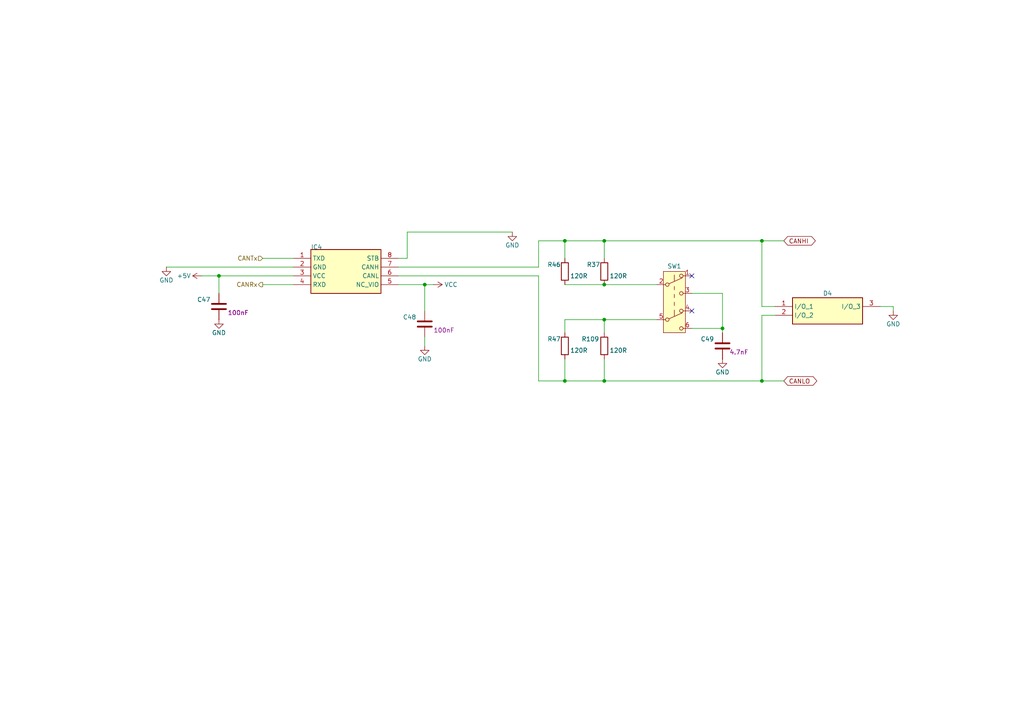
<source format=kicad_sch>
(kicad_sch (version 20231120) (generator "eeschema") (generator_version "8.0")
  (paper "A4")
  (title_block (title "CAN for Analog Node") (rev "1"))
  (lib_symbols
    (symbol "Device:C" (pin_numbers hide) (pin_names (offset 0.254))
      (property "Reference" "C" (at 0.635 2.54 0))
      (property "Value" "C" (at 0.635 -2.54 0))
      (symbol "C_0_1"
        (polyline (pts (xy -2.032 -0.762) (xy 2.032 -0.762)) (stroke (width 0.508)))
        (polyline (pts (xy -2.032 0.762) (xy 2.032 0.762)) (stroke (width 0.508)))
      )
      (symbol "C_1_1"
        (pin passive line (at 0 3.81 270) (length 2.794) (name "~") (number "1"))
        (pin passive line (at 0 -3.81 90) (length 2.794) (name "~") (number "2"))
      )
    )
    (symbol "Device:R" (pin_numbers hide) (pin_names (offset 0))
      (property "Reference" "R" (at 2.032 0 90))
      (property "Value" "R" (at 0 0 90))
      (symbol "R_0_1"
        (rectangle (start -1.016 -2.54) (end 1.016 2.54) (stroke (width 0.254)))
      )
      (symbol "R_1_1"
        (pin passive line (at 0 3.81 270) (length 1.27) (name "~") (number "1"))
        (pin passive line (at 0 -3.81 90) (length 1.27) (name "~") (number "2"))
      )
    )
    (symbol "ESDCAN24-2BLY:ESDCAN24-2BLY"
      (property "Reference" "D" (at 26.67 7.62 0))
      (property "Value" "ESDCAN24-2BLY" (at 26.67 5.08 0))
      (symbol "ESDCAN24-2BLY_1_1"
        (rectangle (start 5.08 2.54) (end 25.4 -5.08) (stroke (width 0.254)) (fill (type background)))
        (pin passive line (at 0 0 0) (length 5.08) (name "I/O_1") (number "1"))
        (pin passive line (at 0 -2.54 0) (length 5.08) (name "I/O_2") (number "2"))
        (pin passive line (at 30.48 0 180) (length 5.08) (name "I/O_3") (number "3"))
      )
    )
    (symbol "Switch:SW_Push_DPDT" (pin_names (offset 0) hide)
      (property "Reference" "SW" (at 0 10.16 0))
      (property "Value" "SW_Push_DPDT" (at 0 -10.16 0))
      (symbol "SW_Push_DPDT_0_0"
        (circle (center -2.032 -5.08) (radius 0.508))
        (circle (center -2.032 5.08) (radius 0.508))
        (circle (center 2.032 -7.62) (radius 0.508))
        (circle (center 2.032 2.54) (radius 0.508))
      )
      (symbol "SW_Push_DPDT_0_1"
        (polyline (pts (xy -1.524 -4.826) (xy 2.3368 -3.0988)))
        (polyline (pts (xy -1.524 5.334) (xy 2.3368 7.0612)))
        (polyline (pts (xy 0 -2.286) (xy 0 -4.064)))
        (polyline (pts (xy 0 -1.016) (xy 0 0)))
        (polyline (pts (xy 0 1.27) (xy 0 2.286)))
        (polyline (pts (xy 0 3.556) (xy 0 4.572)))
        (polyline (pts (xy 0 7.874) (xy 0 6.096)))
        (circle (center 2.032 -2.54) (radius 0.508))
        (circle (center 2.032 7.62) (radius 0.508))
      )
      (symbol "SW_Push_DPDT_1_1"
        (rectangle (start -3.175 8.89) (end 3.175 -8.89) (fill (type background)))
        (pin passive line (at 5.08 7.62 180) (length 2.54) (name "A") (number "1"))
        (pin passive line (at -5.08 5.08 0) (length 2.54) (name "B") (number "2"))
        (pin passive line (at 5.08 2.54 180) (length 2.54) (name "C") (number "3"))
        (pin passive line (at 5.08 -2.54 180) (length 2.54) (name "A") (number "4"))
        (pin passive line (at -5.08 -5.08 0) (length 2.54) (name "B") (number "5"))
        (pin passive line (at 5.08 -7.62 180) (length 2.54) (name "C") (number "6"))
      )
    )
    (symbol "Untitled-altium-import:root_0_TCAN1462VDRQ1"
      (symbol "root_0_TCAN1462VDRQ1_1_0"
        (rectangle (start 25.4 2.54) (end 5.08 -10.16) (stroke (width 0.254)) (fill (type background)))
        (pin passive line (at 0 0 0) (length 5.08) (name "TXD") (number "1"))
        (pin passive line (at 0 -2.54 0) (length 5.08) (name "GND") (number "2"))
        (pin passive line (at 0 -5.08 0) (length 5.08) (name "VCC") (number "3"))
        (pin passive line (at 0 -7.62 0) (length 5.08) (name "RXD") (number "4"))
        (pin passive line (at 30.48 -7.62 180) (length 5.08) (name "NC_VIO") (number "5"))
        (pin passive line (at 30.48 -5.08 180) (length 5.08) (name "CANL") (number "6"))
        (pin passive line (at 30.48 -2.54 180) (length 5.08) (name "CANH") (number "7"))
        (pin passive line (at 30.48 0 180) (length 5.08) (name "STB") (number "8"))
      )
    )
    (symbol "power:+5V" (power) (pin_numbers hide) (pin_names (offset 0) hide)
      (property "Value" "+5V" (at 0 3.556 0))
      (symbol "+5V_0_1"
        (polyline (pts (xy -0.762 1.27) (xy 0 2.54)))
        (polyline (pts (xy 0 0) (xy 0 2.54)))
        (polyline (pts (xy 0 2.54) (xy 0.762 1.27)))
      )
      (symbol "+5V_1_1"
        (pin power_in line (at 0 0 90) (length 0) (name "~") (number "1"))
      )
    )
    (symbol "power:GND" (power) (pin_numbers hide) (pin_names (offset 0) hide)
      (property "Value" "GND" (at 0 -3.81 0))
      (symbol "GND_0_1"
        (polyline (pts (xy 0 0) (xy 0 -1.27) (xy 1.27 -1.27) (xy 0 -2.54) (xy -1.27 -1.27) (xy 0 -1.27)))
      )
      (symbol "GND_1_1"
        (pin power_in line (at 0 0 270) (length 0) (name "~") (number "1"))
      )
    )
    (symbol "power:VCC" (power) (pin_numbers hide) (pin_names (offset 0) hide)
      (property "Value" "VCC" (at 0 3.556 0))
      (symbol "VCC_0_1"
        (polyline (pts (xy -0.762 1.27) (xy 0 2.54)))
        (polyline (pts (xy 0 0) (xy 0 2.54)))
        (polyline (pts (xy 0 2.54) (xy 0.762 1.27)))
      )
      (symbol "VCC_1_1"
        (pin power_in line (at 0 0 90) (length 0) (name "~") (number "1"))
      )
    )
  )
  (junction (at 163.83 69.85))
  (junction (at 175.26 69.85))
  (junction (at 175.26 110.49))
  (junction (at 220.98 69.85))
  (junction (at 175.26 92.71))
  (junction (at 220.98 110.49))
  (junction (at 63.5 80.01))
  (junction (at 123.19 82.55))
  (junction (at 175.26 82.55))
  (junction (at 163.83 110.49))
  (junction (at 209.55 95.25))
  (no_connect (at 200.66 90.17))
  (no_connect (at 200.66 80.01))
  (wire (pts (xy 175.26 104.14) (xy 175.26 110.49)))
  (wire (pts (xy 224.79 91.44) (xy 220.98 91.44)))
  (wire (pts (xy 259.08 88.9) (xy 259.08 90.17)))
  (wire (pts (xy 220.98 110.49) (xy 227.33 110.49)))
  (wire (pts (xy 200.66 95.25) (xy 209.55 95.25)))
  (wire (pts (xy 123.19 90.17) (xy 123.19 82.55)))
  (wire (pts (xy 125.73 82.55) (xy 123.19 82.55)))
  (wire (pts (xy 85.09 77.47) (xy 48.26 77.47)))
  (wire (pts (xy 163.83 69.85) (xy 163.83 74.93)))
  (wire (pts (xy 76.2 74.93) (xy 85.09 74.93)))
  (wire (pts (xy 163.83 104.14) (xy 163.83 110.49)))
  (wire (pts (xy 190.5 92.71) (xy 175.26 92.71)))
  (wire (pts (xy 63.5 85.09) (xy 63.5 80.01)))
  (wire (pts (xy 200.66 85.09) (xy 209.55 85.09)))
  (wire (pts (xy 156.21 69.85) (xy 156.21 77.47)))
  (wire (pts (xy 209.55 85.09) (xy 209.55 95.25)))
  (wire (pts (xy 118.11 67.31) (xy 148.59 67.31)))
  (wire (pts (xy 156.21 110.49) (xy 163.83 110.49)))
  (wire (pts (xy 220.98 91.44) (xy 220.98 110.49)))
  (wire (pts (xy 118.11 74.93) (xy 118.11 67.31)))
  (wire (pts (xy 163.83 69.85) (xy 175.26 69.85)))
  (wire (pts (xy 163.83 82.55) (xy 175.26 82.55)))
  (wire (pts (xy 163.83 110.49) (xy 175.26 110.49)))
  (wire (pts (xy 163.83 92.71) (xy 175.26 92.71)))
  (wire (pts (xy 115.57 74.93) (xy 118.11 74.93)))
  (wire (pts (xy 115.57 80.01) (xy 156.21 80.01)))
  (wire (pts (xy 175.26 110.49) (xy 220.98 110.49)))
  (wire (pts (xy 259.08 88.9) (xy 255.27 88.9)))
  (wire (pts (xy 175.26 69.85) (xy 220.98 69.85)))
  (wire (pts (xy 76.2 82.55) (xy 85.09 82.55)))
  (wire (pts (xy 163.83 92.71) (xy 163.83 96.52)))
  (wire (pts (xy 123.19 100.33) (xy 123.19 97.79)))
  (wire (pts (xy 163.83 69.85) (xy 156.21 69.85)))
  (wire (pts (xy 123.19 82.55) (xy 115.57 82.55)))
  (wire (pts (xy 63.5 80.01) (xy 58.42 80.01)))
  (wire (pts (xy 224.79 88.9) (xy 220.98 88.9)))
  (wire (pts (xy 175.26 69.85) (xy 175.26 74.93)))
  (wire (pts (xy 175.26 92.71) (xy 175.26 96.52)))
  (wire (pts (xy 63.5 80.01) (xy 85.09 80.01)))
  (wire (pts (xy 175.26 82.55) (xy 190.5 82.55)))
  (wire (pts (xy 156.21 80.01) (xy 156.21 110.49)))
  (wire (pts (xy 220.98 69.85) (xy 227.33 69.85)))
  (wire (pts (xy 156.21 77.47) (xy 115.57 77.47)))
  (wire (pts (xy 209.55 95.25) (xy 209.55 96.52)))
  (wire (pts (xy 220.98 88.9) (xy 220.98 69.85)))
  (global_label "CANLO" (shape bidirectional) (at 227.33 110.49 0) (property "Intersheetrefs" "${INTERSHEET_REFS}" (effects (hide yes))))
  (global_label "CANHI" (shape bidirectional) (at 227.33 69.85 0) (property "Intersheetrefs" "${INTERSHEET_REFS}" (effects (hide yes))))
  (hierarchical_label "CANTx" (shape input) (at 76.2 74.93 180))
  (hierarchical_label "CANRx" (shape output) (at 76.2 82.55 180))
  (symbol (lib_id "Untitled-altium-import:root_0_TCAN1462VDRQ1") (at 85.09 74.93 0) (unit 1)
    (property "Reference" "IC4" (at 90.17 72.39 0) (effects (justify left bottom)))
    (property "Value" "TCAN1462VDRQ1" (effects (hide yes)))
    (property "Footprint" "SamacSys.PcbLib:SOIC127P600X175-8N" (effects (hide yes)))
    (property "DATASHEET LINK" "https://www.ti.com/general/docs/suppproductinfo.tsp?distId=26&gotoUrl=https://www.ti.com/lit/gpn/tcan1462-q1" (effects (hide yes)))
    (property "HEIGHT" "1.75mm" (effects (hide yes)))
    (property "MANUFACTURER_NAME" "Texas Instruments" (effects (hide yes)))
    (property "MANUFACTURER_PART_NUMBER" "TCAN1462VDRQ1" (effects (hide yes)))
    (property "MOUSER PART NUMBER" "595-TCAN1462VDRQ1" (effects (hide yes)))
    (property "MOUSER PRICE/STOCK" "https://www.mouser.co.uk/ProductDetail/Texas-Instruments/TCAN1462VDRQ1?qs=rQFj71Wb1eU28cwJFt9kYg%3D%3D" (effects (hide yes)))
  )
  (symbol (lib_id "Device:C") (at 63.5 88.9 0) (unit 1)
    (property "Reference" "C47" (at 57.15 87.63 0) (effects (justify left bottom)))
    (property "Value" "100nF" (effects (hide yes)))
    (property "Footprint" "Capacitor_SMD:C_0805_2012Metric_Pad1.18x1.45mm_HandSolder" (effects (hide yes)))
    (property "Description" "08055C104KAT4A" (effects (hide yes)))
    (property "HEIGHT" "0.94mm" (effects (hide yes)))
    (property "ALTIUM_VALUE" "100nF" (at 66.04 91.44 0) (effects (justify left bottom)))
    (property "CAPACITOR TYPE" "Ceramic" (effects (hide yes)))
    (property "CASE/PACKAGE" "0805" (effects (hide yes)))
    (property "DIELECTRIC MATERIAL" "Ceramic" (effects (hide yes)))
    (property "JESD-609 CODE" "e3" (effects (hide yes)))
    (property "LENGTH" "2.01mm" (effects (hide yes)))
    (property "MAX OPERATING TEMPERATURE" "125°C" (effects (hide yes)))
    (property "MIN OPERATING TEMPERATURE" "-55°C" (effects (hide yes)))
    (property "MOUNTING TECHNOLOGY" "Surface Mount" (effects (hide yes)))
    (property "MULTILAYER" "Yes" (effects (hide yes)))
    (property "PACKAGE SHAPE" "Rectangular" (effects (hide yes)))
    (property "PACKAGE STYLE" "SMTMeter" (effects (hide yes)))
    (property "PACKAGING" "Tape and Reel" (effects (hide yes)))
    (property "PINS" "2" (effects (hide yes)))
    (property "RATED DC VOLTAGE (URDC)" "50V" (effects (hide yes)))
    (property "REACH SVHC COMPLIANT" "Yes" (effects (hide yes)))
    (property "ROHS COMPLIANT" "Yes" (effects (hide yes)))
    (property "TEMPERATURE CHARACTERISTICS CODE" "X7R" (effects (hide yes)))
    (property "TERMINAL FINISH" "Nickel" (effects (hide yes)))
    (property "TERMINATION" "Wraparound" (effects (hide yes)))
    (property "TOLERANCE  (FILL IN AS +-)" "10%" (effects (hide yes)))
    (property "TOLERANCE (FILL IN AS +-)" "10%" (effects (hide yes)))
    (property "WIDTH" "1.25mm" (effects (hide yes)))
  )
  (symbol (lib_id "Device:R") (at 163.83 78.74 0) (unit 1)
    (property "Reference" "R46" (at 158.75 77.47 0) (effects (justify left bottom)))
    (property "Value" "120R" (at 165.354 80.772 0) (effects (justify left bottom)))
    (property "Footprint" "Resistor_SMD:R_0805_2012Metric_Pad1.20x1.40mm_HandSolder" (effects (hide yes)))
    (property "Description" "RC0805FR-13120RL" (effects (hide yes)))
  )
  (symbol (lib_id "power:GND") (at 259.08 90.17 0) (unit 1)
    (property "Reference" "#PWR042" (effects (hide yes)))
    (property "Value" "GND" (at 259.08 93.98 0))
    (property "Description" "Power symbol creates a global label with name \"GND\" , ground" (effects (hide yes)))
  )
  (symbol (lib_id "power:GND") (at 148.59 67.31 0) (unit 1)
    (property "Reference" "#PWR?" (effects (hide yes)))
    (property "Value" "GND" (at 148.59 71.12 0))
    (property "Description" "Power symbol creates a global label with name \"GND\" , ground" (effects (hide yes)))
  )
  (symbol (lib_id "power:GND") (at 63.5 92.71 0) (unit 1)
    (property "Reference" "#PWR?" (effects (hide yes)))
    (property "Value" "GND" (at 63.5 96.52 0))
    (property "Description" "Power symbol creates a global label with name \"GND\" , ground" (effects (hide yes)))
  )
  (symbol (lib_id "power:GND") (at 209.55 104.14 0) (unit 1)
    (property "Reference" "#PWR?" (effects (hide yes)))
    (property "Value" "GND" (at 209.55 107.95 0))
    (property "Description" "Power symbol creates a global label with name \"GND\" , ground" (effects (hide yes)))
  )
  (symbol (lib_id "Device:R") (at 175.26 100.33 0) (unit 1)
    (property "Reference" "R109" (at 168.656 99.06 0) (effects (justify left bottom)))
    (property "Value" "120R" (at 176.784 102.362 0) (effects (justify left bottom)))
    (property "Footprint" "Resistor_SMD:R_0805_2012Metric_Pad1.20x1.40mm_HandSolder" (effects (hide yes)))
    (property "Description" "RC0805FR-13120RL" (effects (hide yes)))
  )
  (symbol (lib_id "Device:R") (at 175.26 78.74 0) (unit 1)
    (property "Reference" "R37" (at 170.18 77.47 0) (effects (justify left bottom)))
    (property "Value" "120R" (at 176.784 80.772 0) (effects (justify left bottom)))
    (property "Footprint" "Resistor_SMD:R_0805_2012Metric_Pad1.20x1.40mm_HandSolder" (effects (hide yes)))
    (property "Description" "RC0805FR-13120RL" (effects (hide yes)))
  )
  (symbol (lib_id "Switch:SW_Push_DPDT") (at 195.58 87.63 0) (unit 1)
    (property "Reference" "SW1" (at 195.58 77.216 0))
    (property "Value" "CAS-220TB1" (effects (hide yes)))
    (property "Footprint" "Button_Switch_SMD:SOP175P560X250-6N" (effects (hide yes)))
    (property "Datasheet" "https://www.mouser.fi/datasheet/2/972/cas-1628136.pdf" (effects (hide yes)))
    (property "Description" "Momentary Switch, dual pole double throw" (effects (hide yes)))
  )
  (symbol (lib_id "power:GND") (at 48.26 77.47 0) (unit 1)
    (property "Reference" "#PWR?" (effects (hide yes)))
    (property "Value" "GND" (at 48.26 81.28 0))
    (property "Description" "Power symbol creates a global label with name \"GND\" , ground" (effects (hide yes)))
  )
  (symbol (lib_id "ESDCAN24-2BLY:ESDCAN24-2BLY") (at 224.79 88.9 0) (unit 1)
    (property "Reference" "D4" (at 240.03 85.09 0))
    (property "Value" "ESDCAN24-2BLY" (effects (hide yes)))
    (property "Footprint" "Diode_SMD:SOT95P255X125-3N" (effects (hide yes)))
    (property "Datasheet" "https://www.st.com/resource/en/datasheet/esdcan24-2bly.pdf" (effects (hide yes)))
    (property "Description" "TVS Diode Array Bi-Directional ESDCAN24-2BLY Dual 40V, 230W, SOT23-3L 3-Pin" (effects (hide yes)))
    (property "Height" "1.25" (effects (hide yes)))
    (property "Mouser Part Number" "511-ESDCAN24-2BLY" (effects (hide yes)))
    (property "Mouser Price/Stock" "https://www.mouser.co.uk/ProductDetail/STMicroelectronics/ESDCAN24-2BLY?qs=gNDSiZmRJS9IbRDJThIoAw%3D%3D" (effects (hide yes)))
    (property "Manufacturer_Name" "STMicroelectronics" (effects (hide yes)))
    (property "Manufacturer_Part_Number" "ESDCAN24-2BLY" (effects (hide yes)))
  )
  (symbol (lib_id "power:VCC") (at 125.73 82.55 270) (unit 1)
    (property "Reference" "#PWR?" (effects (hide yes)))
    (property "Value" "VCC" (at 130.81 82.55 90))
    (property "Description" "Power symbol creates a global label with name \"VCC\"" (effects (hide yes)))
  )
  (symbol (lib_id "Device:C") (at 209.55 100.33 0) (unit 1)
    (property "Reference" "C49" (at 203.2 99.06 0) (effects (justify left bottom)))
    (property "Value" "4.7nF" (effects (hide yes)))
    (property "Footprint" "Capacitor_SMD:C_0805_2012Metric_Pad1.18x1.45mm_HandSolder" (effects (hide yes)))
    (property "Description" "AC0805KRX7RBBB472" (effects (hide yes)))
    (property "WIDTH" "1.25mm" (effects (hide yes)))
    (property "ROHS COMPLIANT" "Yes" (effects (hide yes)))
    (property "LENGTH" "2mm" (effects (hide yes)))
    (property "MAX OPERATING TEMPERATURE" "125°C" (effects (hide yes)))
    (property "PACKAGING" "Tape and Reel" (effects (hide yes)))
    (property "MIN OPERATING TEMPERATURE" "-55°C" (effects (hide yes)))
    (property "CASE/PACKAGE" "0805" (effects (hide yes)))
    (property "CAPACITOR TYPE" "Ceramic" (effects (hide yes)))
    (property "DIELECTRIC MATERIAL" "Ceramic" (effects (hide yes)))
    (property "HEIGHT" "0.85mm" (effects (hide yes)))
    (property "MOUNTING TECHNOLOGY" "Surface Mount" (effects (hide yes)))
    (property "MULTILAYER" "Yes" (effects (hide yes)))
    (property "PACKAGE STYLE" "SMTMeter" (effects (hide yes)))
    (property "PINS" "2" (effects (hide yes)))
    (property "RATED DC VOLTAGE (URDC)" "500V" (effects (hide yes)))
    (property "REACH SVHC COMPLIANT" "Yes" (effects (hide yes)))
    (property "REFERENCE STANDARD" "AEC-Q200" (effects (hide yes)))
    (property "TEMPERATURE CHARACTERISTICS CODE" "X7R" (effects (hide yes)))
    (property "TERMINATION" "Wraparound" (effects (hide yes)))
    (property "TOLERANCE  (FILL IN AS +-)" "10%" (effects (hide yes)))
    (property "TOLERANCE (FILL IN AS +-)" "10%" (effects (hide yes)))
    (property "ALTIUM_VALUE" "4.7nF" (at 211.582 102.87 0) (effects (justify left bottom)))
  )
  (symbol (lib_id "power:GND") (at 123.19 100.33 0) (unit 1)
    (property "Reference" "#PWR?" (effects (hide yes)))
    (property "Value" "GND" (at 123.19 104.14 0))
    (property "Description" "Power symbol creates a global label with name \"GND\" , ground" (effects (hide yes)))
  )
  (symbol (lib_id "Device:R") (at 163.83 100.33 0) (unit 1)
    (property "Reference" "R47" (at 158.75 99.06 0) (effects (justify left bottom)))
    (property "Value" "120R" (at 165.354 102.362 0) (effects (justify left bottom)))
    (property "Footprint" "Resistor_SMD:R_0805_2012Metric_Pad1.20x1.40mm_HandSolder" (effects (hide yes)))
    (property "Description" "RC0805FR-13120RL" (effects (hide yes)))
  )
  (symbol (lib_id "Device:C") (at 123.19 93.98 0) (unit 1)
    (property "Reference" "C48" (at 116.84 92.71 0) (effects (justify left bottom)))
    (property "Value" "100nF" (effects (hide yes)))
    (property "Footprint" "Capacitor_SMD:C_0805_2012Metric_Pad1.18x1.45mm_HandSolder" (effects (hide yes)))
    (property "Description" "08055C104KAT4A" (effects (hide yes)))
    (property "HEIGHT" "0.94mm" (effects (hide yes)))
    (property "ALTIUM_VALUE" "100nF" (at 125.73 96.52 0) (effects (justify left bottom)))
    (property "CAPACITOR TYPE" "Ceramic" (effects (hide yes)))
    (property "CASE/PACKAGE" "0805" (effects (hide yes)))
    (property "DIELECTRIC MATERIAL" "Ceramic" (effects (hide yes)))
    (property "JESD-609 CODE" "e3" (effects (hide yes)))
    (property "LENGTH" "2.01mm" (effects (hide yes)))
    (property "MAX OPERATING TEMPERATURE" "125°C" (effects (hide yes)))
    (property "MIN OPERATING TEMPERATURE" "-55°C" (effects (hide yes)))
    (property "MOUNTING TECHNOLOGY" "Surface Mount" (effects (hide yes)))
    (property "MULTILAYER" "Yes" (effects (hide yes)))
    (property "PACKAGE SHAPE" "Rectangular" (effects (hide yes)))
    (property "PACKAGE STYLE" "SMTMeter" (effects (hide yes)))
    (property "PACKAGING" "Tape and Reel" (effects (hide yes)))
    (property "PINS" "2" (effects (hide yes)))
    (property "RATED DC VOLTAGE (URDC)" "50V" (effects (hide yes)))
    (property "REACH SVHC COMPLIANT" "Yes" (effects (hide yes)))
    (property "ROHS COMPLIANT" "Yes" (effects (hide yes)))
    (property "TEMPERATURE CHARACTERISTICS CODE" "X7R" (effects (hide yes)))
    (property "TERMINAL FINISH" "Nickel" (effects (hide yes)))
    (property "TERMINATION" "Wraparound" (effects (hide yes)))
    (property "TOLERANCE  (FILL IN AS +-)" "10%" (effects (hide yes)))
    (property "TOLERANCE (FILL IN AS +-)" "10%" (effects (hide yes)))
    (property "WIDTH" "1.25mm" (effects (hide yes)))
  )
  (symbol (lib_id "power:+5V") (at 58.42 80.01 90) (unit 1)
    (property "Reference" "#PWR?" (effects (hide yes)))
    (property "Value" "+5V" (at 53.34 80.01 90))
    (property "Description" "Power symbol creates a global label with name \"+5V\"" (effects (hide yes)))
  )
)
</source>
